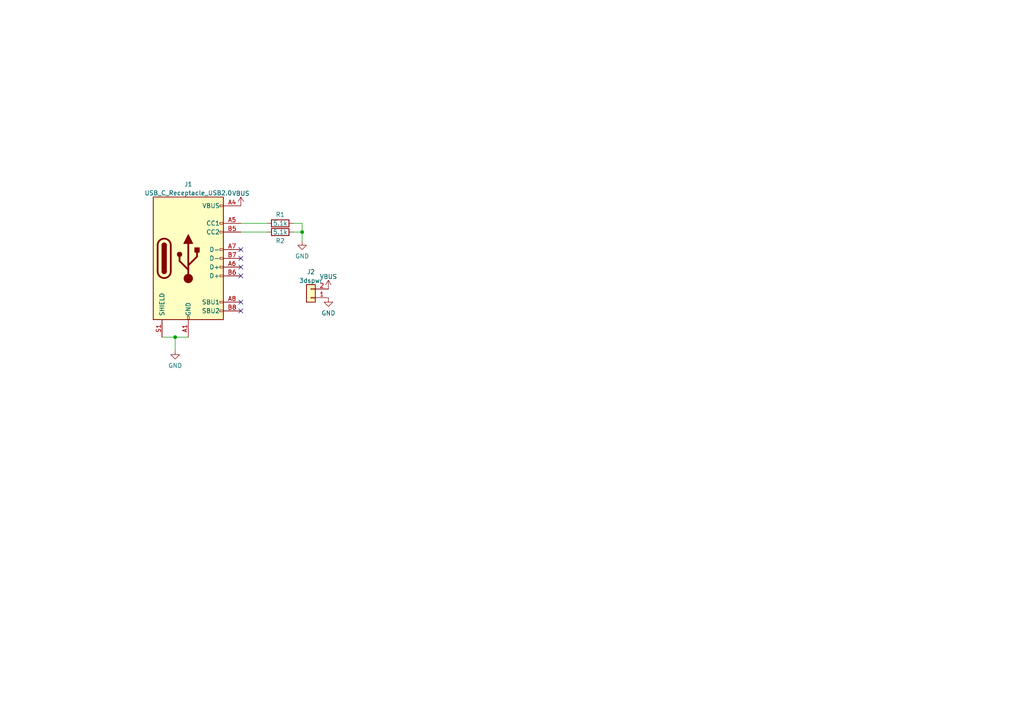
<source format=kicad_sch>
(kicad_sch (version 20211123) (generator eeschema)
  (paper "A4")
  (lib_symbols
    (symbol "Connector:USB_C_Receptacle_USB2.0" (pin_names (offset 1.016))
      (property "Reference" "J" (at -10.16 19.05 0))
      (property "Value" "USB_C_Receptacle_USB2.0" (at 19.05 19.05 0))
      (symbol "USB_C_Receptacle_USB2.0_0_0"
        (rectangle (start -0.254 -17.78) (end 0.254 -16.764))
        (rectangle (start 10.16 -14.986) (end 9.144 -15.494))
        (rectangle (start 10.16 -12.446) (end 9.144 -12.954))
        (rectangle (start 10.16 -4.826) (end 9.144 -5.334))
        (rectangle (start 10.16 -2.286) (end 9.144 -2.794))
        (rectangle (start 10.16 0.254) (end 9.144 -0.254))
        (rectangle (start 10.16 2.794) (end 9.144 2.286))
        (rectangle (start 10.16 7.874) (end 9.144 7.366))
        (rectangle (start 10.16 10.414) (end 9.144 9.906))
        (rectangle (start 10.16 15.494) (end 9.144 14.986))
      )
      (symbol "USB_C_Receptacle_USB2.0_0_1"
        (rectangle (start -10.16 17.78) (end 10.16 -17.78) (stroke (width 0.254)) (fill (type background)))
        (arc (start -8.89 -3.81) (mid -6.985 -5.715) (end -5.08 -3.81) (stroke (width 0.508)))
        (arc (start -7.62 -3.81) (mid -6.985 -4.445) (end -6.35 -3.81) (stroke (width 0.254)))
        (arc (start -7.62 -3.81) (mid -6.985 -4.445) (end -6.35 -3.81) (stroke (width 0.254)) (fill (type outline)))
        (rectangle (start -7.62 -3.81) (end -6.35 3.81) (stroke (width 0.254)) (fill (type outline)))
        (arc (start -6.35 3.81) (mid -6.985 4.445) (end -7.62 3.81) (stroke (width 0.254)))
        (arc (start -6.35 3.81) (mid -6.985 4.445) (end -7.62 3.81) (stroke (width 0.254)) (fill (type outline)))
        (arc (start -5.08 3.81) (mid -6.985 5.715) (end -8.89 3.81) (stroke (width 0.508)))
        (circle (center -2.54 1.143) (radius 0.635) (stroke (width 0.254)) (fill (type outline)))
        (circle (center 0 -5.842) (radius 1.27) (fill (type outline)))
        (polyline (pts (xy -8.89 -3.81) (xy -8.89 3.81)) (stroke (width 0.508)))
        (polyline (pts (xy -5.08 3.81) (xy -5.08 -3.81)) (stroke (width 0.508)))
        (polyline (pts (xy 0 -5.842) (xy 0 4.318)) (stroke (width 0.508)))
        (polyline (pts (xy 0 -3.302) (xy -2.54 -0.762) (xy -2.54 0.508)) (stroke (width 0.508)))
        (polyline (pts (xy 0 -2.032) (xy 2.54 0.508) (xy 2.54 1.778)) (stroke (width 0.508)))
        (polyline (pts (xy -1.27 4.318) (xy 0 6.858) (xy 1.27 4.318) (xy -1.27 4.318)) (stroke (width 0.254)) (fill (type outline)))
        (rectangle (start 1.905 1.778) (end 3.175 3.048) (stroke (width 0.254)) (fill (type outline)))
      )
      (symbol "USB_C_Receptacle_USB2.0_1_1"
        (pin passive line (at 0 -22.86 90) (length 5.08) (name "GND") (number "A1"))
        (pin passive line (at 0 -22.86 90) (length 5.08) hide (name "GND") (number "A12"))
        (pin passive line (at 15.24 15.24 180) (length 5.08) (name "VBUS") (number "A4"))
        (pin bidirectional line (at 15.24 10.16 180) (length 5.08) (name "CC1") (number "A5"))
        (pin bidirectional line (at 15.24 -2.54 180) (length 5.08) (name "D+") (number "A6"))
        (pin bidirectional line (at 15.24 2.54 180) (length 5.08) (name "D-") (number "A7"))
        (pin bidirectional line (at 15.24 -12.7 180) (length 5.08) (name "SBU1") (number "A8"))
        (pin passive line (at 15.24 15.24 180) (length 5.08) hide (name "VBUS") (number "A9"))
        (pin passive line (at 0 -22.86 90) (length 5.08) hide (name "GND") (number "B1"))
        (pin passive line (at 0 -22.86 90) (length 5.08) hide (name "GND") (number "B12"))
        (pin passive line (at 15.24 15.24 180) (length 5.08) hide (name "VBUS") (number "B4"))
        (pin bidirectional line (at 15.24 7.62 180) (length 5.08) (name "CC2") (number "B5"))
        (pin bidirectional line (at 15.24 -5.08 180) (length 5.08) (name "D+") (number "B6"))
        (pin bidirectional line (at 15.24 0 180) (length 5.08) (name "D-") (number "B7"))
        (pin bidirectional line (at 15.24 -15.24 180) (length 5.08) (name "SBU2") (number "B8"))
        (pin passive line (at 15.24 15.24 180) (length 5.08) hide (name "VBUS") (number "B9"))
        (pin passive line (at -7.62 -22.86 90) (length 5.08) (name "SHIELD") (number "S1"))
      )
    )
    (symbol "Connector_Generic:Conn_01x02" (pin_names (offset 1.016) hide)
      (property "Reference" "J" (at 0 2.54 0))
      (property "Value" "Conn_01x02" (at 0 -5.08 0))
      (symbol "Conn_01x02_1_1"
        (rectangle (start -1.27 -2.413) (end 0 -2.667) (stroke (width 0.1524)))
        (rectangle (start -1.27 0.127) (end 0 -0.127) (stroke (width 0.1524)))
        (rectangle (start -1.27 1.27) (end 1.27 -3.81) (stroke (width 0.254)) (fill (type background)))
        (pin passive line (at -5.08 0 0) (length 3.81) (name "Pin_1") (number "1"))
        (pin passive line (at -5.08 -2.54 0) (length 3.81) (name "Pin_2") (number "2"))
      )
    )
    (symbol "Device:R" (pin_numbers hide) (pin_names (offset 0))
      (property "Reference" "R" (at 2.032 0 90))
      (property "Value" "R" (at 0 0 90))
      (symbol "R_0_1"
        (rectangle (start -1.016 -2.54) (end 1.016 2.54) (stroke (width 0.254)))
      )
      (symbol "R_1_1"
        (pin passive line (at 0 3.81 270) (length 1.27) (name "~") (number "1"))
        (pin passive line (at 0 -3.81 90) (length 1.27) (name "~") (number "2"))
      )
    )
    (symbol "power:GND" (power) (pin_names (offset 0))
      (property "Value" "GND" (at 0 -3.81 0))
      (symbol "GND_0_1"
        (polyline (pts (xy 0 0) (xy 0 -1.27) (xy 1.27 -1.27) (xy 0 -2.54) (xy -1.27 -1.27) (xy 0 -1.27)))
      )
      (symbol "GND_1_1"
        (pin power_in line (at 0 0 270) (length 0) hide (name "GND") (number "1"))
      )
    )
    (symbol "power:VBUS" (power) (pin_names (offset 0))
      (property "Value" "VBUS" (at 0 3.81 0))
      (symbol "VBUS_0_1"
        (polyline (pts (xy -0.762 1.27) (xy 0 2.54)))
        (polyline (pts (xy 0 0) (xy 0 2.54)))
        (polyline (pts (xy 0 2.54) (xy 0.762 1.27)))
      )
      (symbol "VBUS_1_1"
        (pin power_in line (at 0 0 90) (length 0) hide (name "VBUS") (number "1"))
      )
    )
  )
  (junction (at 87.63 67.31))
  (junction (at 50.8 97.79))
  (no_connect (at 69.85 87.63))
  (no_connect (at 69.85 90.17))
  (no_connect (at 69.85 80.01))
  (no_connect (at 69.85 74.93))
  (no_connect (at 69.85 77.47))
  (no_connect (at 69.85 72.39))
  (wire (pts (xy 46.99 97.79) (xy 50.8 97.79)))
  (wire (pts (xy 69.85 67.31) (xy 77.47 67.31)))
  (wire (pts (xy 69.85 64.77) (xy 77.47 64.77)))
  (wire (pts (xy 85.09 64.77) (xy 87.63 64.77)))
  (wire (pts (xy 85.09 67.31) (xy 87.63 67.31)))
  (wire (pts (xy 50.8 97.79) (xy 50.8 101.6)))
  (wire (pts (xy 50.8 97.79) (xy 54.61 97.79)))
  (wire (pts (xy 87.63 64.77) (xy 87.63 67.31)))
  (wire (pts (xy 87.63 67.31) (xy 87.63 69.85)))
  (symbol (lib_id "Connector_Generic:Conn_01x02") (at 90.17 86.36 180) (unit 1)
    (property "Reference" "J2" (at 90.17 78.8502 0))
    (property "Value" "3dspwr" (at 90.17 81.3871 0))
    (property "Footprint" "3ds:3ds_power" (effects hide))
  )
  (symbol (lib_id "Device:R") (at 81.28 67.31 270) (unit 1)
    (property "Reference" "R2" (at 81.28 69.85 90))
    (property "Value" "5.1k" (at 81.28 67.31 90))
    (property "Footprint" "Resistor_SMD:R_0603_1608Metric_Pad0.98x0.95mm_HandSolder" (effects hide))
  )
  (symbol (lib_id "power:VBUS") (at 95.25 83.82 0) (unit 1)
    (property "Reference" "#PWR0102" (effects hide))
    (property "Value" "VBUS" (at 95.25 80.2442 0))
  )
  (symbol (lib_id "Device:R") (at 81.28 64.77 90) (unit 1)
    (property "Reference" "R1" (at 81.28 62.23 90))
    (property "Value" "5.1k" (at 81.28 64.77 90))
    (property "Footprint" "Resistor_SMD:R_0603_1608Metric_Pad0.98x0.95mm_HandSolder" (effects hide))
  )
  (symbol (lib_id "power:GND") (at 50.8 101.6 0) (unit 1)
    (property "Reference" "#PWR01" (effects hide))
    (property "Value" "GND" (at 50.8 106.0434 0))
  )
  (symbol (lib_id "power:VBUS") (at 69.85 59.69 0) (unit 1)
    (property "Reference" "#PWR02" (effects hide))
    (property "Value" "VBUS" (at 69.85 56.1142 0))
  )
  (symbol (lib_id "power:GND") (at 95.25 86.36 0) (unit 1)
    (property "Reference" "#PWR0101" (effects hide))
    (property "Value" "GND" (at 95.25 90.8034 0))
  )
  (symbol (lib_id "power:GND") (at 87.63 69.85 0) (unit 1)
    (property "Reference" "#PWR03" (effects hide))
    (property "Value" "GND" (at 87.63 74.2934 0))
  )
  (symbol (lib_id "Connector:USB_C_Receptacle_USB2.0") (at 54.61 74.93 0) (unit 1)
    (property "Reference" "J1" (at 54.61 53.4502 0))
    (property "Value" "USB_C_Receptacle_USB2.0" (at 54.61 55.9871 0))
    (property "Footprint" "xenua:USB_C_Receptacle_GCT_USB4510" (effects hide))
    (property "Datasheet" "https://www.usb.org/sites/default/files/documents/usb_type-c.zip" (effects hide))
  )
)
</source>
